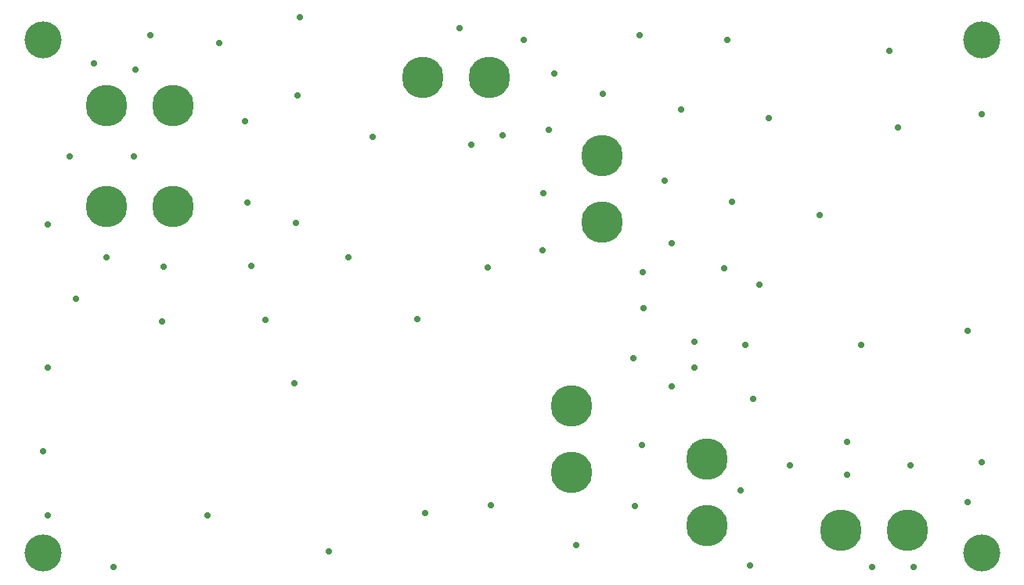
<source format=gbr>
%TF.GenerationSoftware,Altium Limited,Altium Designer,19.1.8 (144)*%
G04 Layer_Color=0*
%FSLAX26Y26*%
%MOIN*%
%TF.FileFunction,Plated,1,2,PTH,Drill*%
%TF.Part,Single*%
G01*
G75*
%TA.AperFunction,ComponentDrill*%
%ADD54C,0.177165*%
%ADD55C,0.177165*%
%TA.AperFunction,OtherDrill,Free Pad (157.48mil,2342.52mil)*%
%ADD56C,0.157480*%
%TA.AperFunction,OtherDrill,Free Pad (157.48mil,157.48mil)*%
%ADD57C,0.157480*%
%TA.AperFunction,OtherDrill,Free Pad (4153.543mil,157.48mil)*%
%ADD58C,0.157480*%
%TA.AperFunction,OtherDrill,Free Pad (4153.543mil,2342.52mil)*%
%ADD59C,0.157480*%
%TA.AperFunction,ViaDrill,NotFilled*%
%ADD60C,0.027992*%
%ADD61C,0.028000*%
D54*
X2539370Y1850394D02*
D03*
Y1566929D02*
D03*
X2409449Y498031D02*
D03*
Y781496D02*
D03*
X2984252Y272638D02*
D03*
Y556102D02*
D03*
D55*
X429134Y2062008D02*
D03*
X712598D02*
D03*
X2058071Y2184055D02*
D03*
X1774606D02*
D03*
X429134Y1632874D02*
D03*
X712598D02*
D03*
X3838583Y251969D02*
D03*
X3555118D02*
D03*
D56*
X157480Y2342520D02*
D03*
D57*
Y157480D02*
D03*
D58*
X4153543D02*
D03*
D59*
Y2342520D02*
D03*
D60*
X374016Y2244095D02*
D03*
X3464567Y1594488D02*
D03*
X1240158Y2106299D02*
D03*
X177165Y1555118D02*
D03*
Y944882D02*
D03*
X157480Y590551D02*
D03*
X2115157Y1936024D02*
D03*
X1931102Y2393701D02*
D03*
X2335630Y2199803D02*
D03*
X1027559Y1648622D02*
D03*
X1234252Y1562008D02*
D03*
X1562008Y1930118D02*
D03*
X1981299Y1895669D02*
D03*
X2050197Y1373032D02*
D03*
X1375984Y162402D02*
D03*
X1228347Y878937D02*
D03*
X857284Y315945D02*
D03*
X456693Y95472D02*
D03*
X298228Y1239173D02*
D03*
X545276Y1845472D02*
D03*
X552165Y2217520D02*
D03*
X270669Y1847441D02*
D03*
X616142Y2363189D02*
D03*
X2287402Y1688976D02*
D03*
X3864173Y94488D02*
D03*
X4094488Y373031D02*
D03*
X179134Y315945D02*
D03*
X1105315Y1150591D02*
D03*
X1752953Y1153543D02*
D03*
X2804134Y1744094D02*
D03*
X3181102Y812992D02*
D03*
X3582677Y488189D02*
D03*
X3338583Y530512D02*
D03*
X3128937Y424213D02*
D03*
X3687992Y95472D02*
D03*
X4156496Y541339D02*
D03*
X3850394Y528543D02*
D03*
X3168307Y102362D02*
D03*
X1785433Y324803D02*
D03*
X2065945Y360236D02*
D03*
X2706693Y615158D02*
D03*
X2678150Y357284D02*
D03*
X2429134Y187992D02*
D03*
X2540354Y2113189D02*
D03*
X2311024Y1959646D02*
D03*
X427165Y1417323D02*
D03*
X908465Y2328740D02*
D03*
X1252953Y2440945D02*
D03*
X2204724Y2342520D02*
D03*
X1456693Y1417323D02*
D03*
X2285433Y1445866D02*
D03*
X2696850Y2362205D02*
D03*
X3070866Y2342520D02*
D03*
X3761811Y2295276D02*
D03*
X4153543Y2027559D02*
D03*
X2874016Y2047244D02*
D03*
X3248032Y2007874D02*
D03*
X3090551Y1653543D02*
D03*
X3799213Y1968504D02*
D03*
X4094488Y1102362D02*
D03*
X3641732Y1043307D02*
D03*
X2672244Y985236D02*
D03*
X2834646Y866142D02*
D03*
X2933071Y944882D02*
D03*
Y1056102D02*
D03*
X3149606Y1043307D02*
D03*
X3208661Y1299213D02*
D03*
X2834646Y1476378D02*
D03*
X2710630Y1351378D02*
D03*
X2716535Y1200787D02*
D03*
X670276Y1376968D02*
D03*
X1043307Y1377953D02*
D03*
X664370Y1142716D02*
D03*
X1017717Y1997047D02*
D03*
D61*
X3582677Y628937D02*
D03*
X3058189Y1368740D02*
D03*
%TF.MD5,95ddc67b3e37f895b56a914bea91f09d*%
M02*

</source>
